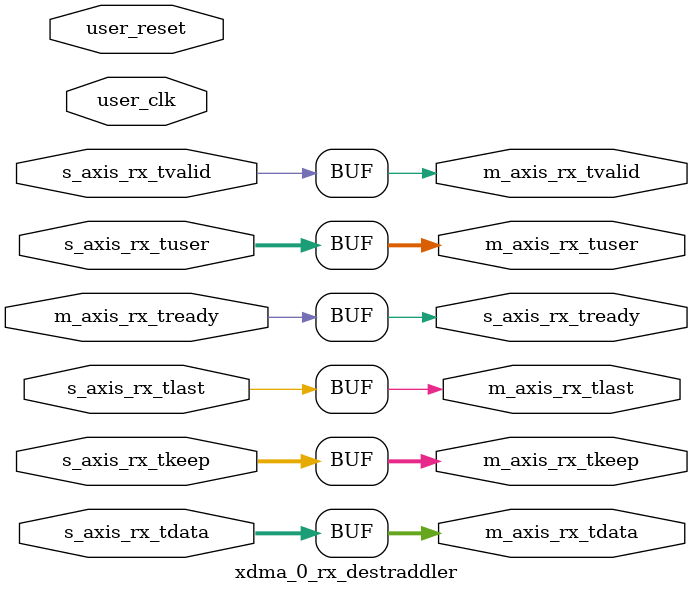
<source format=sv>


`timescale 1ps/1ps

module xdma_0_rx_destraddler #(
  parameter C_AXI_DATA_WIDTH = 64,                     // RX/TX interface data width
  parameter C_KEEP_WIDTH     = C_AXI_DATA_WIDTH/8,     // TKEEP width
  parameter TCQ              = 1                       // Clock to Q time

  ) (

  input                         user_clk,
  input                         user_reset,

  //-------------------------------------------------
  // AXI-S RX Interface from PCIe Hard Block
  //-------------------------------------------------
  input  [C_AXI_DATA_WIDTH-1:0] s_axis_rx_tdata,       // RX data
  input                         s_axis_rx_tvalid,      // RX data is valid
  output reg                    s_axis_rx_tready,      // RX ready for data
  input      [C_KEEP_WIDTH-1:0] s_axis_rx_tkeep,       // RX strobe byte enables
  input                         s_axis_rx_tlast,       // RX data is last
  input                  [21:0] s_axis_rx_tuser,       // RX user signals

  //-------------------------------------------------
  // AXI-S RX Interface to RX Demux
  //-------------------------------------------------
  output reg [C_AXI_DATA_WIDTH-1:0] m_axis_rx_tdata,       // RX data
  output reg                        m_axis_rx_tvalid,      // RX data is valid
  input                             m_axis_rx_tready,      // RX ready for data
  output reg    [C_KEEP_WIDTH-1:0]  m_axis_rx_tkeep,       // RX strobe byte enables
  output reg                        m_axis_rx_tlast,       // RX data is last
  output reg                [21:0]  m_axis_rx_tuser        // RX user signals

);

generate
if(C_AXI_DATA_WIDTH == 128) begin : data_width_128

  // Local parameters

  localparam NORMAL_PACKET    = 2'b00;
  localparam STRADDLED_PACKET = 2'b01;
  localparam THROTTLE_TLP     = 2'b10;

  // Wire and Register Declarations

  reg [1:0]  state;
  reg [63:0] prev_data_half;
  reg [7:0]  prev_keep_half;
  reg [21:0] prev_user_half;


  always @(posedge user_clk) begin

    if (user_reset) begin

      state <= #TCQ NORMAL_PACKET;

    end else begin

      if (m_axis_rx_tready) begin

        // Store higher DWs in case it's straddled packet
        prev_data_half <= #TCQ s_axis_rx_tdata[127:64];
        prev_keep_half <= #TCQ s_axis_rx_tkeep[15:8];
        prev_user_half <= #TCQ s_axis_rx_tuser;

        case (state)

        NORMAL_PACKET: begin

          if (s_axis_rx_tuser[14] && s_axis_rx_tuser[13]) begin // SOF && Start @ DW2/3

            state           <= #TCQ STRADDLED_PACKET;

          end

        end // NORMAL_PACKET

        STRADDLED_PACKET: begin

          if (s_axis_rx_tuser[21] && !s_axis_rx_tuser[14]) begin // EOF && !SOF

            if (s_axis_rx_tuser[20]) begin          // EOF @ DW2/3
              state           <= #TCQ THROTTLE_TLP;
            end else begin                          // EOF @ DW0/1
              state           <= #TCQ NORMAL_PACKET;
            end

          end // EOF && !SOF

          // Note for all possible conditions in this state:
          // else if EOF && SOF  : SOF can only start @ DW2/3, so EOF can only be @ DW0/1. Stay in this state
          // else if !EOF && SOF : Will never have SOF only in this state. Stay in this state
          // else if !EOF && !SOF: No change. Stay in this state

        end // STRADDLED_PACKET

        THROTTLE_TLP: begin

          state <= #TCQ NORMAL_PACKET;

        end // THROTTLE_TLP

        default: begin

          state <= #TCQ NORMAL_PACKET;

        end // default

        endcase

      end // s_axis_rx_tready
    end // reset
  end // always

  always @(*) begin

      case (state)

      NORMAL_PACKET: begin

        m_axis_rx_tdata  = s_axis_rx_tdata;
        m_axis_rx_tvalid = s_axis_rx_tvalid;
        s_axis_rx_tready = m_axis_rx_tready;
        m_axis_rx_tkeep  =   (s_axis_rx_tuser[20:19] == 2'b00) ? 16'h000F :
                           ( (s_axis_rx_tuser[20:19] == 2'b01) ? 16'h00FF :
                           ( (s_axis_rx_tuser[20:19] == 2'b10) ? 16'h0FFF :
                                                                 16'hFFFF ));

        m_axis_rx_tlast  = s_axis_rx_tuser[21];

        // If EOF or (EOF and SOF), zero out SOF field. If SOF, the EOF field is already zero in this state
        m_axis_rx_tuser  = s_axis_rx_tuser[21] ? ( {s_axis_rx_tuser[21:15], 5'b0, s_axis_rx_tuser[9:0]} ) :
                                                 ( s_axis_rx_tuser                                      ) ;

      end

      STRADDLED_PACKET: begin

        m_axis_rx_tdata  = {s_axis_rx_tdata[63:0], prev_data_half};
        m_axis_rx_tvalid = s_axis_rx_tvalid;
        s_axis_rx_tready = m_axis_rx_tready;

        m_axis_rx_tkeep  = { ((s_axis_rx_tuser[20:19] == 2'b00) ? 8'h0F : 8'hFF),
                             8'hFF
                           };

        m_axis_rx_tlast  = (s_axis_rx_tuser[21] && s_axis_rx_tuser[20]) ? 1'b0 : 1'b1;

        // If SOF seen previously, zero out EOF. If EOF or (EOF and SOF) currently, zero out SOF field.
        m_axis_rx_tuser  = prev_user_half[14] ? {5'b0, prev_user_half[16:0]} :
                                                ( s_axis_rx_tuser[21] ? ( {s_axis_rx_tuser[21:15], 5'b0, s_axis_rx_tuser[9:0]} ) :
                                                                        ( s_axis_rx_tuser                                      )
                                                );

      end

      THROTTLE_TLP: begin

        m_axis_rx_tdata  = {64'h0, prev_data_half};
        m_axis_rx_tvalid = 1'b1;
        s_axis_rx_tready = 1'b0;

        m_axis_rx_tkeep  = { 8'h0, 
                             ((prev_user_half[20:19] == 2'b00) ? 8'h0F : 8'hFF)
                           };

        m_axis_rx_tlast  = 1'b1;
        m_axis_rx_tuser  = {prev_user_half[21:15], 5'b0, prev_user_half[9:0]}; // Zero out SOF field

      end

      default: begin

        m_axis_rx_tdata  = s_axis_rx_tdata;
        m_axis_rx_tvalid = s_axis_rx_tvalid;
        s_axis_rx_tready = m_axis_rx_tready;
        m_axis_rx_tkeep  = s_axis_rx_tkeep;
        m_axis_rx_tlast  = s_axis_rx_tuser[21];
        m_axis_rx_tuser  = s_axis_rx_tuser;

      end

      endcase

  end // always

end // data_width_128
else begin: data_width_64

  // No straddling in 64-bit mode. Pass through all signals as is
  always @(*) begin

    m_axis_rx_tdata  = s_axis_rx_tdata;
    m_axis_rx_tvalid = s_axis_rx_tvalid;
    s_axis_rx_tready = m_axis_rx_tready;
    m_axis_rx_tkeep  = s_axis_rx_tkeep;
    m_axis_rx_tlast  = s_axis_rx_tlast;
    m_axis_rx_tuser  = s_axis_rx_tuser;

  end // always

end // data_width_64
endgenerate

endmodule

</source>
